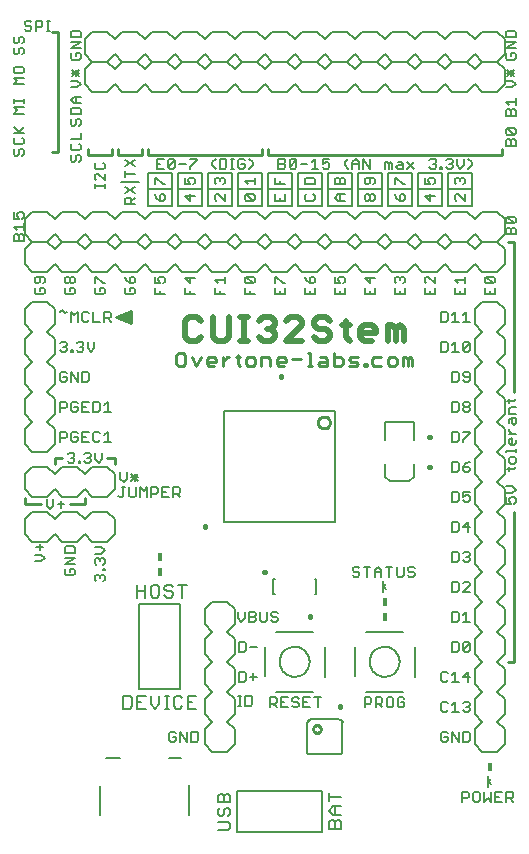
<source format=gto>
G75*
G70*
%OFA0B0*%
%FSLAX24Y24*%
%IPPOS*%
%LPD*%
%AMOC8*
5,1,8,0,0,1.08239X$1,22.5*
%
%ADD10C,0.0200*%
%ADD11C,0.0060*%
%ADD12C,0.0080*%
%ADD13C,0.0100*%
%ADD14C,0.0110*%
%ADD15C,0.0160*%
%ADD16R,0.0160X0.0280*%
%ADD17C,0.0050*%
%ADD18C,0.0010*%
D10*
X009168Y017432D02*
X009435Y017432D01*
X009569Y017565D01*
X009569Y018099D02*
X009435Y018232D01*
X009168Y018232D01*
X009035Y018099D01*
X009035Y017565D01*
X009168Y017432D01*
X009956Y017565D02*
X010089Y017432D01*
X010356Y017432D01*
X010489Y017565D01*
X010489Y018232D01*
X010876Y018232D02*
X011143Y018232D01*
X011010Y018232D02*
X011010Y017432D01*
X011143Y017432D02*
X010876Y017432D01*
X011490Y017565D02*
X011624Y017432D01*
X011891Y017432D01*
X012024Y017565D01*
X012024Y017699D01*
X011891Y017832D01*
X011757Y017832D01*
X011891Y017832D02*
X012024Y017966D01*
X012024Y018099D01*
X011891Y018232D01*
X011624Y018232D01*
X011490Y018099D01*
X012411Y018099D02*
X012544Y018232D01*
X012811Y018232D01*
X012945Y018099D01*
X012945Y017966D01*
X012411Y017432D01*
X012945Y017432D01*
X013332Y017565D02*
X013465Y017432D01*
X013732Y017432D01*
X013865Y017565D01*
X013865Y017699D01*
X013732Y017832D01*
X013465Y017832D01*
X013332Y017966D01*
X013332Y018099D01*
X013465Y018232D01*
X013732Y018232D01*
X013865Y018099D01*
X014252Y017966D02*
X014519Y017966D01*
X014386Y018099D02*
X014386Y017565D01*
X014519Y017432D01*
X014866Y017565D02*
X014866Y017832D01*
X015000Y017966D01*
X015267Y017966D01*
X015400Y017832D01*
X015400Y017699D01*
X014866Y017699D01*
X014866Y017565D02*
X015000Y017432D01*
X015267Y017432D01*
X015787Y017432D02*
X015787Y017966D01*
X015920Y017966D01*
X016054Y017832D01*
X016187Y017966D01*
X016321Y017832D01*
X016321Y017432D01*
X016054Y017432D02*
X016054Y017832D01*
X009956Y017565D02*
X009956Y018232D01*
D11*
X010015Y018975D02*
X010015Y019202D01*
X010128Y019344D02*
X010015Y019457D01*
X010355Y019457D01*
X010355Y019344D02*
X010355Y019570D01*
X010185Y019089D02*
X010185Y018975D01*
X010355Y018975D02*
X010015Y018975D01*
X009355Y018975D02*
X009015Y018975D01*
X009015Y019202D01*
X009185Y019089D02*
X009185Y018975D01*
X009185Y019344D02*
X009015Y019514D01*
X009355Y019514D01*
X009185Y019570D02*
X009185Y019344D01*
X008355Y019400D02*
X008298Y019344D01*
X008355Y019400D02*
X008355Y019514D01*
X008298Y019570D01*
X008185Y019570D01*
X008128Y019514D01*
X008128Y019457D01*
X008185Y019344D01*
X008015Y019344D01*
X008015Y019570D01*
X008015Y019202D02*
X008015Y018975D01*
X008355Y018975D01*
X008185Y018975D02*
X008185Y019089D01*
X007355Y019145D02*
X007298Y019202D01*
X007185Y019202D01*
X007185Y019089D01*
X007071Y019202D02*
X007015Y019145D01*
X007015Y019032D01*
X007071Y018975D01*
X007298Y018975D01*
X007355Y019032D01*
X007355Y019145D01*
X007298Y019344D02*
X007185Y019344D01*
X007185Y019514D01*
X007241Y019570D01*
X007298Y019570D01*
X007355Y019514D01*
X007355Y019400D01*
X007298Y019344D01*
X007185Y019344D02*
X007071Y019457D01*
X007015Y019570D01*
X006355Y019344D02*
X006298Y019344D01*
X006071Y019570D01*
X006015Y019570D01*
X006015Y019344D01*
X006071Y019202D02*
X006015Y019145D01*
X006015Y019032D01*
X006071Y018975D01*
X006298Y018975D01*
X006355Y019032D01*
X006355Y019145D01*
X006298Y019202D01*
X006185Y019202D01*
X006185Y019089D01*
X006338Y018402D02*
X006508Y018402D01*
X006565Y018345D01*
X006565Y018232D01*
X006508Y018175D01*
X006338Y018175D01*
X006338Y018062D02*
X006338Y018402D01*
X006452Y018175D02*
X006565Y018062D01*
X006197Y018062D02*
X005970Y018062D01*
X005970Y018402D01*
X005828Y018345D02*
X005772Y018402D01*
X005658Y018402D01*
X005601Y018345D01*
X005601Y018119D01*
X005658Y018062D01*
X005772Y018062D01*
X005828Y018119D01*
X005460Y018062D02*
X005460Y018402D01*
X005347Y018289D01*
X005233Y018402D01*
X005233Y018062D01*
X005035Y018345D02*
X005092Y018402D01*
X005035Y018345D02*
X004922Y018459D01*
X004865Y018402D01*
X005071Y018975D02*
X005298Y018975D01*
X005355Y019032D01*
X005355Y019145D01*
X005298Y019202D01*
X005185Y019202D01*
X005185Y019089D01*
X005071Y019202D02*
X005015Y019145D01*
X005015Y019032D01*
X005071Y018975D01*
X005071Y019344D02*
X005128Y019344D01*
X005185Y019400D01*
X005185Y019514D01*
X005241Y019570D01*
X005298Y019570D01*
X005355Y019514D01*
X005355Y019400D01*
X005298Y019344D01*
X005241Y019344D01*
X005185Y019400D01*
X005185Y019514D02*
X005128Y019570D01*
X005071Y019570D01*
X005015Y019514D01*
X005015Y019400D01*
X005071Y019344D01*
X004355Y019400D02*
X004355Y019514D01*
X004298Y019570D01*
X004071Y019570D01*
X004015Y019514D01*
X004015Y019400D01*
X004071Y019344D01*
X004128Y019344D01*
X004185Y019400D01*
X004185Y019570D01*
X004355Y019400D02*
X004298Y019344D01*
X004298Y019202D02*
X004185Y019202D01*
X004185Y019089D01*
X004298Y019202D02*
X004355Y019145D01*
X004355Y019032D01*
X004298Y018975D01*
X004071Y018975D01*
X004015Y019032D01*
X004015Y019145D01*
X004071Y019202D01*
X003655Y020757D02*
X003315Y020757D01*
X003315Y020927D01*
X003371Y020984D01*
X003428Y020984D01*
X003485Y020927D01*
X003485Y020757D01*
X003655Y020757D02*
X003655Y020927D01*
X003598Y020984D01*
X003541Y020984D01*
X003485Y020927D01*
X003428Y021125D02*
X003315Y021239D01*
X003655Y021239D01*
X003655Y021352D02*
X003655Y021125D01*
X003598Y021494D02*
X003655Y021550D01*
X003655Y021664D01*
X003598Y021720D01*
X003485Y021720D01*
X003428Y021664D01*
X003428Y021607D01*
X003485Y021494D01*
X003315Y021494D01*
X003315Y021720D01*
X003371Y023607D02*
X003428Y023607D01*
X003485Y023664D01*
X003485Y023777D01*
X003541Y023834D01*
X003598Y023834D01*
X003655Y023777D01*
X003655Y023664D01*
X003598Y023607D01*
X003371Y023607D02*
X003315Y023664D01*
X003315Y023777D01*
X003371Y023834D01*
X003371Y023975D02*
X003598Y023975D01*
X003655Y024032D01*
X003655Y024145D01*
X003598Y024202D01*
X003541Y024344D02*
X003315Y024570D01*
X003315Y024344D02*
X003655Y024344D01*
X003485Y024400D02*
X003655Y024570D01*
X003655Y024998D02*
X003315Y024998D01*
X003428Y025111D01*
X003315Y025225D01*
X003655Y025225D01*
X003655Y025366D02*
X003655Y025480D01*
X003655Y025423D02*
X003315Y025423D01*
X003315Y025366D02*
X003315Y025480D01*
X003315Y025975D02*
X003428Y026089D01*
X003315Y026202D01*
X003655Y026202D01*
X003598Y026344D02*
X003655Y026400D01*
X003655Y026514D01*
X003598Y026570D01*
X003371Y026570D01*
X003315Y026514D01*
X003315Y026400D01*
X003371Y026344D01*
X003598Y026344D01*
X003655Y025975D02*
X003315Y025975D01*
X003371Y026975D02*
X003428Y026975D01*
X003485Y027032D01*
X003485Y027145D01*
X003541Y027202D01*
X003598Y027202D01*
X003655Y027145D01*
X003655Y027032D01*
X003598Y026975D01*
X003655Y027032D01*
X003655Y027145D01*
X003598Y027202D01*
X003541Y027202D01*
X003485Y027145D01*
X003485Y027032D01*
X003428Y026975D01*
X003371Y026975D01*
X003315Y027032D01*
X003315Y027145D01*
X003371Y027202D01*
X003315Y027145D01*
X003315Y027032D01*
X003371Y026975D01*
X003371Y027344D02*
X003428Y027344D01*
X003485Y027400D01*
X003485Y027514D01*
X003541Y027570D01*
X003598Y027570D01*
X003655Y027514D01*
X003655Y027400D01*
X003598Y027344D01*
X003655Y027400D01*
X003655Y027514D01*
X003598Y027570D01*
X003541Y027570D01*
X003485Y027514D01*
X003485Y027400D01*
X003428Y027344D01*
X003371Y027344D01*
X003315Y027400D01*
X003315Y027514D01*
X003371Y027570D01*
X003315Y027514D01*
X003315Y027400D01*
X003371Y027344D01*
X003739Y027762D02*
X003683Y027819D01*
X003739Y027762D02*
X003853Y027762D01*
X003910Y027819D01*
X003910Y027875D01*
X003853Y027932D01*
X003739Y027932D01*
X003683Y027989D01*
X003683Y028045D01*
X003739Y028102D01*
X003853Y028102D01*
X003910Y028045D01*
X004051Y028102D02*
X004051Y027762D01*
X004051Y027875D02*
X004221Y027875D01*
X004278Y027932D01*
X004278Y028045D01*
X004221Y028102D01*
X004051Y028102D01*
X004419Y028102D02*
X004533Y028102D01*
X004476Y028102D02*
X004476Y027762D01*
X004419Y027762D02*
X004533Y027762D01*
X005215Y027714D02*
X005215Y027544D01*
X005555Y027544D01*
X005555Y027714D01*
X005498Y027770D01*
X005271Y027770D01*
X005215Y027714D01*
X005215Y027402D02*
X005555Y027402D01*
X005215Y027175D01*
X005555Y027175D01*
X005498Y027034D02*
X005385Y027034D01*
X005385Y026920D01*
X005498Y026807D02*
X005555Y026864D01*
X005555Y026977D01*
X005498Y027034D01*
X005271Y027034D02*
X005215Y026977D01*
X005215Y026864D01*
X005271Y026807D01*
X005498Y026807D01*
X005498Y026470D02*
X005271Y026244D01*
X005271Y026357D02*
X005498Y026357D01*
X005498Y026244D02*
X005271Y026470D01*
X005385Y026470D02*
X005385Y026244D01*
X005441Y026102D02*
X005215Y026102D01*
X005441Y026102D02*
X005555Y025989D01*
X005441Y025875D01*
X005215Y025875D01*
X005328Y025570D02*
X005555Y025570D01*
X005385Y025570D02*
X005385Y025344D01*
X005328Y025344D02*
X005555Y025344D01*
X005498Y025202D02*
X005271Y025202D01*
X005215Y025145D01*
X005215Y024975D01*
X005555Y024975D01*
X005555Y025145D01*
X005498Y025202D01*
X005328Y025344D02*
X005215Y025457D01*
X005328Y025570D01*
X005271Y024834D02*
X005215Y024777D01*
X005215Y024664D01*
X005271Y024607D01*
X005328Y024607D01*
X005385Y024664D01*
X005385Y024777D01*
X005441Y024834D01*
X005498Y024834D01*
X005555Y024777D01*
X005555Y024664D01*
X005498Y024607D01*
X005555Y024370D02*
X005555Y024144D01*
X005215Y024144D01*
X005271Y024002D02*
X005215Y023945D01*
X005215Y023832D01*
X005271Y023775D01*
X005498Y023775D01*
X005555Y023832D01*
X005555Y023945D01*
X005498Y024002D01*
X005498Y023634D02*
X005555Y023577D01*
X005555Y023464D01*
X005498Y023407D01*
X005385Y023464D02*
X005385Y023577D01*
X005441Y023634D01*
X005498Y023634D01*
X005385Y023464D02*
X005328Y023407D01*
X005271Y023407D01*
X005215Y023464D01*
X005215Y023577D01*
X005271Y023634D01*
X006015Y023314D02*
X006015Y023200D01*
X006071Y023143D01*
X006298Y023143D01*
X006355Y023200D01*
X006355Y023314D01*
X006298Y023370D01*
X006071Y023370D02*
X006015Y023314D01*
X006071Y023002D02*
X006015Y022945D01*
X006015Y022832D01*
X006071Y022775D01*
X006015Y022643D02*
X006015Y022530D01*
X006015Y022586D02*
X006355Y022586D01*
X006355Y022530D02*
X006355Y022643D01*
X006355Y022775D02*
X006128Y023002D01*
X006071Y023002D01*
X006355Y023002D02*
X006355Y022775D01*
X006885Y022732D02*
X007485Y022732D01*
X007355Y022570D02*
X007015Y022344D01*
X007355Y022570D01*
X007355Y022344D02*
X007015Y022570D01*
X007355Y022344D01*
X007355Y022202D02*
X007241Y022089D01*
X007355Y022202D01*
X007241Y022145D02*
X007241Y021975D01*
X007241Y022145D01*
X007185Y022202D01*
X007071Y022202D01*
X007015Y022145D01*
X007015Y021975D01*
X007355Y021975D01*
X007015Y021975D01*
X007015Y022145D01*
X007071Y022202D01*
X007185Y022202D01*
X007241Y022145D01*
X007785Y021932D02*
X007785Y022482D01*
X008585Y022482D01*
X008585Y021932D01*
X007785Y021932D01*
X008071Y022207D02*
X008015Y022320D01*
X008071Y022207D02*
X008185Y022094D01*
X008185Y022264D01*
X008241Y022320D01*
X008298Y022320D01*
X008355Y022264D01*
X008355Y022150D01*
X008298Y022094D01*
X008185Y022094D01*
X008585Y022482D02*
X008585Y023032D01*
X007785Y023032D01*
X007785Y022482D01*
X008015Y022644D02*
X008015Y022870D01*
X008071Y022870D01*
X008298Y022644D01*
X008355Y022644D01*
X008785Y022482D02*
X008785Y021932D01*
X009585Y021932D01*
X009585Y022482D01*
X009585Y023032D01*
X008785Y023032D01*
X008785Y022482D01*
X009585Y022482D01*
X009785Y022482D02*
X009785Y021932D01*
X010585Y021932D01*
X010585Y022482D01*
X010585Y023032D01*
X009785Y023032D01*
X009785Y022482D01*
X010585Y022482D01*
X010785Y022482D02*
X011585Y022482D01*
X011585Y023032D01*
X010785Y023032D01*
X010785Y021932D01*
X011585Y021932D01*
X011585Y022482D01*
X011785Y022482D02*
X011785Y021932D01*
X012585Y021932D01*
X012585Y022482D01*
X011785Y022482D01*
X011785Y023032D01*
X012585Y023032D01*
X012585Y022482D01*
X012785Y022482D02*
X013585Y022482D01*
X013585Y021932D01*
X012785Y021932D01*
X012785Y022482D01*
X012785Y023032D01*
X013585Y023032D01*
X013585Y022482D01*
X013785Y022482D02*
X014585Y022482D01*
X014585Y021932D01*
X013785Y021932D01*
X013785Y022482D01*
X013785Y023032D01*
X014585Y023032D01*
X014585Y022482D01*
X014785Y022482D02*
X014785Y023032D01*
X015585Y023032D01*
X015585Y022482D01*
X015585Y021932D01*
X014785Y021932D01*
X014785Y022482D01*
X015585Y022482D01*
X015785Y022482D02*
X015785Y023032D01*
X016585Y023032D01*
X016585Y022482D01*
X016585Y021932D01*
X015785Y021932D01*
X015785Y022482D01*
X016585Y022482D01*
X016785Y022482D02*
X016785Y021932D01*
X017585Y021932D01*
X017585Y022482D01*
X016785Y022482D01*
X016785Y023032D01*
X017585Y023032D01*
X017585Y022482D01*
X017785Y022482D02*
X018585Y022482D01*
X018585Y021932D01*
X017785Y021932D01*
X017785Y022482D01*
X017785Y023032D01*
X018585Y023032D01*
X018585Y022482D01*
X018355Y022320D02*
X018355Y022094D01*
X018128Y022320D01*
X018071Y022320D01*
X018015Y022264D01*
X018015Y022150D01*
X018071Y022094D01*
X018071Y022644D02*
X018015Y022700D01*
X018015Y022814D01*
X018071Y022870D01*
X018128Y022870D01*
X018185Y022814D01*
X018241Y022870D01*
X018298Y022870D01*
X018355Y022814D01*
X018355Y022700D01*
X018298Y022644D01*
X018185Y022757D02*
X018185Y022814D01*
X018214Y023162D02*
X018101Y023275D01*
X018101Y023502D01*
X017959Y023445D02*
X017959Y023389D01*
X017903Y023332D01*
X017959Y023275D01*
X017959Y023219D01*
X017903Y023162D01*
X017789Y023162D01*
X017733Y023219D01*
X017605Y023219D02*
X017605Y023162D01*
X017548Y023162D01*
X017548Y023219D01*
X017605Y023219D01*
X017407Y023219D02*
X017350Y023162D01*
X017237Y023162D01*
X017180Y023219D01*
X017294Y023332D02*
X017350Y023332D01*
X017407Y023275D01*
X017407Y023219D01*
X017350Y023332D02*
X017407Y023389D01*
X017407Y023445D01*
X017350Y023502D01*
X017237Y023502D01*
X017180Y023445D01*
X017733Y023445D02*
X017789Y023502D01*
X017903Y023502D01*
X017959Y023445D01*
X017903Y023332D02*
X017846Y023332D01*
X018214Y023162D02*
X018328Y023275D01*
X018328Y023502D01*
X018469Y023502D02*
X018583Y023389D01*
X018583Y023275D01*
X018469Y023162D01*
X017355Y022814D02*
X017355Y022700D01*
X017298Y022644D01*
X017185Y022644D02*
X017128Y022757D01*
X017128Y022814D01*
X017185Y022870D01*
X017298Y022870D01*
X017355Y022814D01*
X017185Y022644D02*
X017015Y022644D01*
X017015Y022870D01*
X016670Y023162D02*
X016444Y023389D01*
X016302Y023332D02*
X016302Y023162D01*
X016132Y023162D01*
X016075Y023219D01*
X016132Y023275D01*
X016302Y023275D01*
X016302Y023332D02*
X016245Y023389D01*
X016132Y023389D01*
X015934Y023332D02*
X015934Y023162D01*
X015820Y023162D02*
X015820Y023332D01*
X015877Y023389D01*
X015934Y023332D01*
X015820Y023332D02*
X015764Y023389D01*
X015707Y023389D01*
X015707Y023162D01*
X015355Y022814D02*
X015298Y022870D01*
X015071Y022870D01*
X015015Y022814D01*
X015015Y022700D01*
X015071Y022644D01*
X015128Y022644D01*
X015185Y022700D01*
X015185Y022870D01*
X015355Y022814D02*
X015355Y022700D01*
X015298Y022644D01*
X015298Y022320D02*
X015355Y022264D01*
X015355Y022150D01*
X015298Y022094D01*
X015241Y022094D01*
X015185Y022150D01*
X015185Y022264D01*
X015241Y022320D01*
X015298Y022320D01*
X015185Y022264D02*
X015128Y022320D01*
X015071Y022320D01*
X015015Y022264D01*
X015015Y022150D01*
X015071Y022094D01*
X015128Y022094D01*
X015185Y022150D01*
X014355Y022094D02*
X014128Y022094D01*
X014015Y022207D01*
X014128Y022320D01*
X014355Y022320D01*
X014185Y022320D02*
X014185Y022094D01*
X014185Y022644D02*
X014185Y022814D01*
X014241Y022870D01*
X014298Y022870D01*
X014355Y022814D01*
X014355Y022644D01*
X014015Y022644D01*
X014015Y022814D01*
X014071Y022870D01*
X014128Y022870D01*
X014185Y022814D01*
X014470Y023162D02*
X014356Y023275D01*
X014356Y023389D01*
X014470Y023502D01*
X014602Y023389D02*
X014602Y023162D01*
X014602Y023332D02*
X014829Y023332D01*
X014829Y023389D02*
X014829Y023162D01*
X014970Y023162D02*
X014970Y023502D01*
X015197Y023162D01*
X015197Y023502D01*
X014829Y023389D02*
X014715Y023502D01*
X014602Y023389D01*
X013847Y023332D02*
X013847Y023219D01*
X013790Y023162D01*
X013677Y023162D01*
X013620Y023219D01*
X013620Y023332D02*
X013733Y023389D01*
X013790Y023389D01*
X013847Y023332D01*
X013847Y023502D02*
X013620Y023502D01*
X013620Y023332D01*
X013478Y023162D02*
X013252Y023162D01*
X013365Y023162D02*
X013365Y023502D01*
X013252Y023389D01*
X013110Y023332D02*
X012883Y023332D01*
X012742Y023445D02*
X012742Y023219D01*
X012685Y023162D01*
X012572Y023162D01*
X012515Y023219D01*
X012742Y023445D01*
X012685Y023502D01*
X012572Y023502D01*
X012515Y023445D01*
X012515Y023219D01*
X012373Y023219D02*
X012317Y023162D01*
X012147Y023162D01*
X012147Y023502D01*
X012317Y023502D01*
X012373Y023445D01*
X012373Y023389D01*
X012317Y023332D01*
X012147Y023332D01*
X012317Y023332D02*
X012373Y023275D01*
X012373Y023219D01*
X012185Y022757D02*
X012185Y022644D01*
X012355Y022644D02*
X012015Y022644D01*
X012015Y022870D01*
X012015Y022320D02*
X012015Y022094D01*
X012355Y022094D01*
X012355Y022320D01*
X012185Y022207D02*
X012185Y022094D01*
X013015Y022150D02*
X013071Y022094D01*
X013298Y022094D01*
X013355Y022150D01*
X013355Y022264D01*
X013298Y022320D01*
X013071Y022320D02*
X013015Y022264D01*
X013015Y022150D01*
X013015Y022644D02*
X013015Y022814D01*
X013071Y022870D01*
X013298Y022870D01*
X013355Y022814D01*
X013355Y022644D01*
X013015Y022644D01*
X011355Y022644D02*
X011355Y022870D01*
X011355Y022757D02*
X011015Y022757D01*
X011128Y022644D01*
X011071Y022320D02*
X011298Y022094D01*
X011355Y022150D01*
X011355Y022264D01*
X011298Y022320D01*
X011071Y022320D01*
X011015Y022264D01*
X011015Y022150D01*
X011071Y022094D01*
X011298Y022094D01*
X010355Y022094D02*
X010128Y022320D01*
X010071Y022320D01*
X010015Y022264D01*
X010015Y022150D01*
X010071Y022094D01*
X010015Y022150D01*
X010015Y022264D01*
X010071Y022320D01*
X010128Y022320D01*
X010355Y022094D01*
X010355Y022320D01*
X010355Y022094D01*
X010298Y022644D02*
X010355Y022700D01*
X010355Y022814D01*
X010298Y022870D01*
X010241Y022870D01*
X010185Y022814D01*
X010185Y022757D01*
X010185Y022814D01*
X010128Y022870D01*
X010071Y022870D01*
X010015Y022814D01*
X010015Y022700D01*
X010071Y022644D01*
X010015Y022700D01*
X010015Y022814D01*
X010071Y022870D01*
X010128Y022870D01*
X010185Y022814D01*
X010241Y022870D01*
X010298Y022870D01*
X010355Y022814D01*
X010355Y022700D01*
X010298Y022644D01*
X010357Y023162D02*
X010187Y023162D01*
X010187Y023502D01*
X010357Y023502D01*
X010414Y023445D01*
X010414Y023219D01*
X010357Y023162D01*
X010555Y023162D02*
X010669Y023162D01*
X010612Y023162D02*
X010612Y023502D01*
X010555Y023502D02*
X010669Y023502D01*
X010801Y023445D02*
X010801Y023219D01*
X010858Y023162D01*
X010971Y023162D01*
X011028Y023219D01*
X011028Y023332D01*
X010914Y023332D01*
X010801Y023445D02*
X010858Y023502D01*
X010971Y023502D01*
X011028Y023445D01*
X011169Y023502D02*
X011283Y023389D01*
X011283Y023275D01*
X011169Y023162D01*
X010055Y023162D02*
X009942Y023275D01*
X009942Y023389D01*
X010055Y023502D01*
X009432Y023502D02*
X009432Y023445D01*
X009205Y023219D01*
X009205Y023162D01*
X009064Y023332D02*
X008837Y023332D01*
X008695Y023445D02*
X008468Y023219D01*
X008525Y023162D01*
X008639Y023162D01*
X008695Y023219D01*
X008695Y023445D01*
X008639Y023502D01*
X008525Y023502D01*
X008468Y023445D01*
X008468Y023219D01*
X008327Y023162D02*
X008100Y023162D01*
X008100Y023502D01*
X008327Y023502D01*
X008214Y023332D02*
X008100Y023332D01*
X007355Y023244D02*
X007015Y023470D01*
X007015Y023244D02*
X007355Y023470D01*
X007355Y022989D02*
X007015Y022989D01*
X007015Y023102D02*
X007015Y022875D01*
X009015Y022870D02*
X009015Y022644D01*
X009185Y022644D01*
X009128Y022757D01*
X009128Y022814D01*
X009185Y022870D01*
X009298Y022870D01*
X009355Y022814D01*
X009355Y022700D01*
X009298Y022644D01*
X009355Y022700D01*
X009355Y022814D01*
X009298Y022870D01*
X009185Y022870D01*
X009128Y022814D01*
X009128Y022757D01*
X009185Y022644D01*
X009015Y022644D01*
X009015Y022870D01*
X009015Y022644D01*
X009185Y022644D01*
X009128Y022757D01*
X009128Y022814D01*
X009185Y022870D01*
X009298Y022870D01*
X009355Y022814D01*
X009355Y022700D01*
X009298Y022644D01*
X009185Y022320D02*
X009185Y022094D01*
X009015Y022264D01*
X009355Y022264D01*
X009015Y022264D01*
X009185Y022094D01*
X009185Y022320D01*
X009205Y023502D02*
X009432Y023502D01*
X011071Y019570D02*
X011298Y019344D01*
X011355Y019400D01*
X011355Y019514D01*
X011298Y019570D01*
X011071Y019570D01*
X011015Y019514D01*
X011015Y019400D01*
X011071Y019344D01*
X011298Y019344D01*
X011185Y019089D02*
X011185Y018975D01*
X011355Y018975D02*
X011015Y018975D01*
X011015Y019202D01*
X012015Y019202D02*
X012015Y018975D01*
X012355Y018975D01*
X012355Y019202D01*
X012355Y019344D02*
X012298Y019344D01*
X012071Y019570D01*
X012015Y019570D01*
X012015Y019344D01*
X012185Y019089D02*
X012185Y018975D01*
X013015Y018975D02*
X013355Y018975D01*
X013355Y019202D01*
X013298Y019344D02*
X013185Y019344D01*
X013185Y019514D01*
X013241Y019570D01*
X013298Y019570D01*
X013355Y019514D01*
X013355Y019400D01*
X013298Y019344D01*
X013185Y019344D02*
X013071Y019457D01*
X013015Y019570D01*
X013015Y019202D02*
X013015Y018975D01*
X013185Y018975D02*
X013185Y019089D01*
X014015Y019202D02*
X014015Y018975D01*
X014355Y018975D01*
X014355Y019202D01*
X014298Y019344D02*
X014355Y019400D01*
X014355Y019514D01*
X014298Y019570D01*
X014185Y019570D01*
X014128Y019514D01*
X014128Y019457D01*
X014185Y019344D01*
X014015Y019344D01*
X014015Y019570D01*
X014185Y019089D02*
X014185Y018975D01*
X015015Y018975D02*
X015355Y018975D01*
X015355Y019202D01*
X015185Y019089D02*
X015185Y018975D01*
X015015Y018975D02*
X015015Y019202D01*
X015185Y019344D02*
X015015Y019514D01*
X015355Y019514D01*
X015185Y019570D02*
X015185Y019344D01*
X016015Y019400D02*
X016015Y019514D01*
X016071Y019570D01*
X016128Y019570D01*
X016185Y019514D01*
X016241Y019570D01*
X016298Y019570D01*
X016355Y019514D01*
X016355Y019400D01*
X016298Y019344D01*
X016355Y019202D02*
X016355Y018975D01*
X016015Y018975D01*
X016015Y019202D01*
X016071Y019344D02*
X016015Y019400D01*
X016185Y019457D02*
X016185Y019514D01*
X016185Y019089D02*
X016185Y018975D01*
X017015Y018975D02*
X017355Y018975D01*
X017355Y019202D01*
X017355Y019344D02*
X017128Y019570D01*
X017071Y019570D01*
X017015Y019514D01*
X017015Y019400D01*
X017071Y019344D01*
X017015Y019202D02*
X017015Y018975D01*
X017185Y018975D02*
X017185Y019089D01*
X017355Y019344D02*
X017355Y019570D01*
X018015Y019457D02*
X018355Y019457D01*
X018355Y019344D02*
X018355Y019570D01*
X018128Y019344D02*
X018015Y019457D01*
X018015Y019202D02*
X018015Y018975D01*
X018355Y018975D01*
X018355Y019202D01*
X018185Y019089D02*
X018185Y018975D01*
X018042Y018402D02*
X017928Y018289D01*
X017787Y018345D02*
X017730Y018402D01*
X017560Y018402D01*
X017560Y018062D01*
X017730Y018062D01*
X017787Y018119D01*
X017787Y018345D01*
X018042Y018402D02*
X018042Y018062D01*
X018155Y018062D02*
X017928Y018062D01*
X018297Y018062D02*
X018523Y018062D01*
X018410Y018062D02*
X018410Y018402D01*
X018297Y018289D01*
X018353Y017402D02*
X018467Y017402D01*
X018523Y017345D01*
X018297Y017119D01*
X018353Y017062D01*
X018467Y017062D01*
X018523Y017119D01*
X018523Y017345D01*
X018353Y017402D02*
X018297Y017345D01*
X018297Y017119D01*
X018155Y017062D02*
X017928Y017062D01*
X018042Y017062D02*
X018042Y017402D01*
X017928Y017289D01*
X017787Y017345D02*
X017730Y017402D01*
X017560Y017402D01*
X017560Y017062D01*
X017730Y017062D01*
X017787Y017119D01*
X017787Y017345D01*
X017928Y016402D02*
X018098Y016402D01*
X018155Y016345D01*
X018155Y016119D01*
X018098Y016062D01*
X017928Y016062D01*
X017928Y016402D01*
X018297Y016345D02*
X018297Y016289D01*
X018353Y016232D01*
X018523Y016232D01*
X018523Y016345D02*
X018467Y016402D01*
X018353Y016402D01*
X018297Y016345D01*
X018523Y016345D02*
X018523Y016119D01*
X018467Y016062D01*
X018353Y016062D01*
X018297Y016119D01*
X018353Y015402D02*
X018467Y015402D01*
X018523Y015345D01*
X018523Y015289D01*
X018467Y015232D01*
X018353Y015232D01*
X018297Y015289D01*
X018297Y015345D01*
X018353Y015402D01*
X018353Y015232D02*
X018297Y015175D01*
X018297Y015119D01*
X018353Y015062D01*
X018467Y015062D01*
X018523Y015119D01*
X018523Y015175D01*
X018467Y015232D01*
X018155Y015119D02*
X018155Y015345D01*
X018098Y015402D01*
X017928Y015402D01*
X017928Y015062D01*
X018098Y015062D01*
X018155Y015119D01*
X018098Y014402D02*
X017928Y014402D01*
X017928Y014062D01*
X018098Y014062D01*
X018155Y014119D01*
X018155Y014345D01*
X018098Y014402D01*
X018297Y014402D02*
X018523Y014402D01*
X018523Y014345D01*
X018297Y014119D01*
X018297Y014062D01*
X018098Y013402D02*
X017928Y013402D01*
X017928Y013062D01*
X018098Y013062D01*
X018155Y013119D01*
X018155Y013345D01*
X018098Y013402D01*
X018297Y013232D02*
X018467Y013232D01*
X018523Y013175D01*
X018523Y013119D01*
X018467Y013062D01*
X018353Y013062D01*
X018297Y013119D01*
X018297Y013232D01*
X018410Y013345D01*
X018523Y013402D01*
X018523Y012402D02*
X018297Y012402D01*
X018297Y012232D01*
X018410Y012289D01*
X018467Y012289D01*
X018523Y012232D01*
X018523Y012119D01*
X018467Y012062D01*
X018353Y012062D01*
X018297Y012119D01*
X018155Y012119D02*
X018098Y012062D01*
X017928Y012062D01*
X017928Y012402D01*
X018098Y012402D01*
X018155Y012345D01*
X018155Y012119D01*
X018098Y011402D02*
X017928Y011402D01*
X017928Y011062D01*
X018098Y011062D01*
X018155Y011119D01*
X018155Y011345D01*
X018098Y011402D01*
X018297Y011232D02*
X018523Y011232D01*
X018467Y011402D02*
X018297Y011232D01*
X018467Y011062D02*
X018467Y011402D01*
X018467Y010402D02*
X018353Y010402D01*
X018297Y010345D01*
X018155Y010345D02*
X018098Y010402D01*
X017928Y010402D01*
X017928Y010062D01*
X018098Y010062D01*
X018155Y010119D01*
X018155Y010345D01*
X018297Y010119D02*
X018353Y010062D01*
X018467Y010062D01*
X018523Y010119D01*
X018523Y010175D01*
X018467Y010232D01*
X018410Y010232D01*
X018467Y010232D02*
X018523Y010289D01*
X018523Y010345D01*
X018467Y010402D01*
X018467Y009402D02*
X018353Y009402D01*
X018297Y009345D01*
X018155Y009345D02*
X018155Y009119D01*
X018098Y009062D01*
X017928Y009062D01*
X017928Y009402D01*
X018098Y009402D01*
X018155Y009345D01*
X018297Y009062D02*
X018523Y009289D01*
X018523Y009345D01*
X018467Y009402D01*
X018523Y009062D02*
X018297Y009062D01*
X018410Y008402D02*
X018410Y008062D01*
X018297Y008062D02*
X018523Y008062D01*
X018297Y008289D02*
X018410Y008402D01*
X018155Y008345D02*
X018098Y008402D01*
X017928Y008402D01*
X017928Y008062D01*
X018098Y008062D01*
X018155Y008119D01*
X018155Y008345D01*
X018098Y007402D02*
X017928Y007402D01*
X017928Y007062D01*
X018098Y007062D01*
X018155Y007119D01*
X018155Y007345D01*
X018098Y007402D01*
X018297Y007345D02*
X018297Y007119D01*
X018523Y007345D01*
X018523Y007119D01*
X018467Y007062D01*
X018353Y007062D01*
X018297Y007119D01*
X018297Y007345D02*
X018353Y007402D01*
X018467Y007402D01*
X018523Y007345D01*
X018467Y006402D02*
X018297Y006232D01*
X018523Y006232D01*
X018467Y006062D02*
X018467Y006402D01*
X018042Y006402D02*
X018042Y006062D01*
X018155Y006062D02*
X017928Y006062D01*
X017787Y006119D02*
X017730Y006062D01*
X017617Y006062D01*
X017560Y006119D01*
X017560Y006345D01*
X017617Y006402D01*
X017730Y006402D01*
X017787Y006345D01*
X017928Y006289D02*
X018042Y006402D01*
X018042Y005402D02*
X017928Y005289D01*
X017787Y005345D02*
X017730Y005402D01*
X017617Y005402D01*
X017560Y005345D01*
X017560Y005119D01*
X017617Y005062D01*
X017730Y005062D01*
X017787Y005119D01*
X017928Y005062D02*
X018155Y005062D01*
X018042Y005062D02*
X018042Y005402D01*
X018297Y005345D02*
X018353Y005402D01*
X018467Y005402D01*
X018523Y005345D01*
X018523Y005289D01*
X018467Y005232D01*
X018523Y005175D01*
X018523Y005119D01*
X018467Y005062D01*
X018353Y005062D01*
X018297Y005119D01*
X018410Y005232D02*
X018467Y005232D01*
X018467Y004402D02*
X018297Y004402D01*
X018297Y004062D01*
X018467Y004062D01*
X018523Y004119D01*
X018523Y004345D01*
X018467Y004402D01*
X018155Y004402D02*
X018155Y004062D01*
X017928Y004402D01*
X017928Y004062D01*
X017787Y004119D02*
X017787Y004232D01*
X017673Y004232D01*
X017560Y004345D02*
X017560Y004119D01*
X017617Y004062D01*
X017730Y004062D01*
X017787Y004119D01*
X017787Y004345D02*
X017730Y004402D01*
X017617Y004402D01*
X017560Y004345D01*
X016347Y005269D02*
X016347Y005382D01*
X016233Y005382D01*
X016120Y005495D02*
X016120Y005269D01*
X016176Y005212D01*
X016290Y005212D01*
X016347Y005269D01*
X016347Y005495D02*
X016290Y005552D01*
X016176Y005552D01*
X016120Y005495D01*
X015978Y005495D02*
X015922Y005552D01*
X015808Y005552D01*
X015751Y005495D01*
X015751Y005269D01*
X015808Y005212D01*
X015922Y005212D01*
X015978Y005269D01*
X015978Y005495D01*
X015610Y005495D02*
X015610Y005382D01*
X015553Y005325D01*
X015383Y005325D01*
X015383Y005212D02*
X015383Y005552D01*
X015553Y005552D01*
X015610Y005495D01*
X015497Y005325D02*
X015610Y005212D01*
X015242Y005382D02*
X015185Y005325D01*
X015015Y005325D01*
X015015Y005212D02*
X015015Y005552D01*
X015185Y005552D01*
X015242Y005495D01*
X015242Y005382D01*
X014268Y004712D02*
X014268Y003744D01*
X014267Y003748D02*
X014266Y003731D01*
X014261Y003714D01*
X014254Y003699D01*
X014244Y003685D01*
X014232Y003673D01*
X014218Y003663D01*
X014203Y003656D01*
X014186Y003651D01*
X014169Y003650D01*
X014169Y003649D02*
X013197Y003649D01*
X013197Y003650D02*
X013180Y003651D01*
X013163Y003656D01*
X013148Y003663D01*
X013134Y003673D01*
X013122Y003685D01*
X013112Y003699D01*
X013105Y003714D01*
X013100Y003731D01*
X013099Y003748D01*
X013098Y003744D02*
X013098Y004712D01*
X013201Y004814D02*
X014169Y004814D01*
X013452Y005212D02*
X013452Y005552D01*
X013565Y005552D02*
X013338Y005552D01*
X013197Y005552D02*
X012970Y005552D01*
X012970Y005212D01*
X013197Y005212D01*
X013083Y005382D02*
X012970Y005382D01*
X012828Y005325D02*
X012828Y005269D01*
X012772Y005212D01*
X012658Y005212D01*
X012601Y005269D01*
X012658Y005382D02*
X012601Y005439D01*
X012601Y005495D01*
X012658Y005552D01*
X012772Y005552D01*
X012828Y005495D01*
X012772Y005382D02*
X012828Y005325D01*
X012772Y005382D02*
X012658Y005382D01*
X012460Y005552D02*
X012233Y005552D01*
X012233Y005212D01*
X012460Y005212D01*
X012347Y005382D02*
X012233Y005382D01*
X012092Y005382D02*
X012092Y005495D01*
X012035Y005552D01*
X011865Y005552D01*
X011865Y005212D01*
X011865Y005325D02*
X012035Y005325D01*
X012092Y005382D01*
X011978Y005325D02*
X012092Y005212D01*
X011423Y006232D02*
X011197Y006232D01*
X011310Y006345D02*
X011310Y006119D01*
X011055Y006119D02*
X011055Y006345D01*
X010998Y006402D01*
X010828Y006402D01*
X010828Y006062D01*
X010998Y006062D01*
X011055Y006119D01*
X011047Y005602D02*
X011217Y005602D01*
X011273Y005545D01*
X011273Y005319D01*
X011217Y005262D01*
X011047Y005262D01*
X011047Y005602D01*
X010914Y005602D02*
X010801Y005602D01*
X010858Y005602D02*
X010858Y005262D01*
X010914Y005262D02*
X010801Y005262D01*
X010828Y007062D02*
X010998Y007062D01*
X011055Y007119D01*
X011055Y007345D01*
X010998Y007402D01*
X010828Y007402D01*
X010828Y007062D01*
X011197Y007232D02*
X011423Y007232D01*
X011330Y008062D02*
X011160Y008062D01*
X011160Y008402D01*
X011330Y008402D01*
X011387Y008345D01*
X011387Y008289D01*
X011330Y008232D01*
X011160Y008232D01*
X011019Y008175D02*
X011019Y008402D01*
X011019Y008175D02*
X010905Y008062D01*
X010792Y008175D01*
X010792Y008402D01*
X011330Y008232D02*
X011387Y008175D01*
X011387Y008119D01*
X011330Y008062D01*
X011528Y008119D02*
X011528Y008402D01*
X011755Y008402D02*
X011755Y008119D01*
X011698Y008062D01*
X011585Y008062D01*
X011528Y008119D01*
X011897Y008119D02*
X011953Y008062D01*
X012067Y008062D01*
X012123Y008119D01*
X012123Y008175D01*
X012067Y008232D01*
X011953Y008232D01*
X011897Y008289D01*
X011897Y008345D01*
X011953Y008402D01*
X012067Y008402D01*
X012123Y008345D01*
X014615Y009619D02*
X014672Y009562D01*
X014785Y009562D01*
X014842Y009619D01*
X014842Y009675D01*
X014785Y009732D01*
X014672Y009732D01*
X014615Y009789D01*
X014615Y009845D01*
X014672Y009902D01*
X014785Y009902D01*
X014842Y009845D01*
X014983Y009902D02*
X015210Y009902D01*
X015097Y009902D02*
X015097Y009562D01*
X015351Y009562D02*
X015351Y009789D01*
X015465Y009902D01*
X015578Y009789D01*
X015578Y009562D01*
X015578Y009732D02*
X015351Y009732D01*
X015720Y009902D02*
X015947Y009902D01*
X015833Y009902D02*
X015833Y009562D01*
X016088Y009619D02*
X016088Y009902D01*
X016315Y009902D02*
X016315Y009619D01*
X016258Y009562D01*
X016145Y009562D01*
X016088Y009619D01*
X016456Y009619D02*
X016513Y009562D01*
X016627Y009562D01*
X016683Y009619D01*
X016683Y009675D01*
X016627Y009732D01*
X016513Y009732D01*
X016456Y009789D01*
X016456Y009845D01*
X016513Y009902D01*
X016627Y009902D01*
X016683Y009845D01*
X019715Y011990D02*
X019885Y011990D01*
X019828Y012104D01*
X019828Y012160D01*
X019885Y012217D01*
X019998Y012217D01*
X020055Y012160D01*
X020055Y012047D01*
X019998Y011990D01*
X019715Y011990D02*
X019715Y012217D01*
X019715Y012358D02*
X019941Y012358D01*
X020055Y012472D01*
X019941Y012585D01*
X019715Y012585D01*
X019828Y013095D02*
X019828Y013208D01*
X019771Y013152D02*
X019998Y013152D01*
X020055Y013208D01*
X019998Y013341D02*
X020055Y013397D01*
X020055Y013511D01*
X019998Y013567D01*
X019885Y013567D01*
X019828Y013511D01*
X019828Y013397D01*
X019885Y013341D01*
X019998Y013341D01*
X020055Y013709D02*
X020055Y013822D01*
X020055Y013766D02*
X019715Y013766D01*
X019715Y013709D01*
X019885Y013954D02*
X019828Y014011D01*
X019828Y014124D01*
X019885Y014181D01*
X019941Y014181D01*
X019941Y013954D01*
X019885Y013954D02*
X019998Y013954D01*
X020055Y014011D01*
X020055Y014124D01*
X020055Y014323D02*
X019828Y014323D01*
X019828Y014436D02*
X019828Y014493D01*
X019828Y014436D02*
X019941Y014323D01*
X019998Y014630D02*
X019941Y014686D01*
X019941Y014856D01*
X019885Y014856D02*
X020055Y014856D01*
X020055Y014686D01*
X019998Y014630D01*
X019828Y014686D02*
X019828Y014800D01*
X019885Y014856D01*
X019828Y014998D02*
X019828Y015168D01*
X019885Y015225D01*
X020055Y015225D01*
X019998Y015423D02*
X019771Y015423D01*
X019828Y015366D02*
X019828Y015480D01*
X019998Y015423D02*
X020055Y015480D01*
X020055Y014998D02*
X019828Y014998D01*
X019355Y018975D02*
X019015Y018975D01*
X019015Y019202D01*
X019071Y019344D02*
X019015Y019400D01*
X019015Y019514D01*
X019071Y019570D01*
X019298Y019344D01*
X019355Y019400D01*
X019355Y019514D01*
X019298Y019570D01*
X019071Y019570D01*
X019071Y019344D02*
X019298Y019344D01*
X019355Y019202D02*
X019355Y018975D01*
X019185Y018975D02*
X019185Y019089D01*
X019715Y020975D02*
X019715Y021145D01*
X019771Y021202D01*
X019828Y021202D01*
X019885Y021145D01*
X019885Y020975D01*
X020055Y020975D02*
X020055Y021145D01*
X019998Y021202D01*
X019941Y021202D01*
X019885Y021145D01*
X019998Y021344D02*
X019771Y021570D01*
X019998Y021570D01*
X020055Y021514D01*
X020055Y021400D01*
X019998Y021344D01*
X019771Y021344D01*
X019715Y021400D01*
X019715Y021514D01*
X019771Y021570D01*
X019715Y020975D02*
X020055Y020975D01*
X020055Y023925D02*
X019715Y023925D01*
X019715Y024095D01*
X019771Y024152D01*
X019828Y024152D01*
X019885Y024095D01*
X019885Y023925D01*
X020055Y023925D02*
X020055Y024095D01*
X019998Y024152D01*
X019941Y024152D01*
X019885Y024095D01*
X019998Y024294D02*
X019771Y024294D01*
X019715Y024350D01*
X019715Y024464D01*
X019771Y024520D01*
X019998Y024294D01*
X020055Y024350D01*
X020055Y024464D01*
X019998Y024520D01*
X019771Y024520D01*
X019715Y024925D02*
X019715Y025095D01*
X019771Y025152D01*
X019828Y025152D01*
X019885Y025095D01*
X019885Y024925D01*
X020055Y024925D02*
X020055Y025095D01*
X019998Y025152D01*
X019941Y025152D01*
X019885Y025095D01*
X019828Y025294D02*
X019715Y025407D01*
X020055Y025407D01*
X020055Y025294D02*
X020055Y025520D01*
X019941Y025875D02*
X019715Y025875D01*
X019941Y025875D02*
X020055Y025989D01*
X019941Y026102D01*
X019715Y026102D01*
X019771Y026244D02*
X019998Y026470D01*
X019998Y026357D02*
X019771Y026357D01*
X019771Y026470D02*
X019998Y026244D01*
X019885Y026244D02*
X019885Y026470D01*
X019771Y026807D02*
X019998Y026807D01*
X020055Y026864D01*
X020055Y026977D01*
X019998Y027034D01*
X019885Y027034D01*
X019885Y026920D01*
X019771Y026807D02*
X019715Y026864D01*
X019715Y026977D01*
X019771Y027034D01*
X019715Y027175D02*
X020055Y027402D01*
X019715Y027402D01*
X019715Y027544D02*
X019715Y027714D01*
X019771Y027770D01*
X019998Y027770D01*
X020055Y027714D01*
X020055Y027544D01*
X019715Y027544D01*
X019715Y027175D02*
X020055Y027175D01*
X020055Y024925D02*
X019715Y024925D01*
X017355Y022264D02*
X017015Y022264D01*
X017185Y022094D01*
X017185Y022320D01*
X016355Y022264D02*
X016355Y022150D01*
X016298Y022094D01*
X016185Y022094D01*
X016185Y022264D01*
X016241Y022320D01*
X016298Y022320D01*
X016355Y022264D01*
X016185Y022094D02*
X016071Y022207D01*
X016015Y022320D01*
X016015Y022644D02*
X016015Y022870D01*
X016071Y022870D01*
X016298Y022644D01*
X016355Y022644D01*
X016444Y023162D02*
X016670Y023389D01*
X008817Y012552D02*
X008873Y012495D01*
X008873Y012382D01*
X008817Y012325D01*
X008647Y012325D01*
X008760Y012325D02*
X008873Y012212D01*
X008647Y012212D02*
X008647Y012552D01*
X008817Y012552D01*
X008505Y012552D02*
X008278Y012552D01*
X008278Y012212D01*
X008505Y012212D01*
X008392Y012382D02*
X008278Y012382D01*
X008137Y012382D02*
X008080Y012325D01*
X007910Y012325D01*
X007910Y012212D02*
X007910Y012552D01*
X008080Y012552D01*
X008137Y012495D01*
X008137Y012382D01*
X007768Y012552D02*
X007768Y012212D01*
X007542Y012212D02*
X007542Y012552D01*
X007655Y012439D01*
X007768Y012552D01*
X007473Y012769D02*
X007247Y012995D01*
X007360Y012995D02*
X007360Y012769D01*
X007247Y012769D02*
X007473Y012995D01*
X007473Y012882D02*
X007247Y012882D01*
X007105Y012825D02*
X007105Y013052D01*
X006878Y013052D02*
X006878Y012825D01*
X006992Y012712D01*
X007105Y012825D01*
X007173Y012552D02*
X007173Y012269D01*
X007230Y012212D01*
X007343Y012212D01*
X007400Y012269D01*
X007400Y012552D01*
X007032Y012552D02*
X006918Y012552D01*
X006975Y012552D02*
X006975Y012269D01*
X006918Y012212D01*
X006862Y012212D01*
X006805Y012269D01*
X006149Y013362D02*
X006262Y013475D01*
X006262Y013702D01*
X006036Y013702D02*
X006036Y013475D01*
X006149Y013362D01*
X005894Y013419D02*
X005837Y013362D01*
X005724Y013362D01*
X005667Y013419D01*
X005540Y013419D02*
X005540Y013362D01*
X005483Y013362D01*
X005483Y013419D01*
X005540Y013419D01*
X005342Y013419D02*
X005285Y013362D01*
X005172Y013362D01*
X005115Y013419D01*
X005228Y013532D02*
X005285Y013532D01*
X005342Y013475D01*
X005342Y013419D01*
X005285Y013532D02*
X005342Y013589D01*
X005342Y013645D01*
X005285Y013702D01*
X005172Y013702D01*
X005115Y013645D01*
X005290Y014062D02*
X005403Y014062D01*
X005460Y014119D01*
X005460Y014232D01*
X005347Y014232D01*
X005460Y014345D02*
X005403Y014402D01*
X005290Y014402D01*
X005233Y014345D01*
X005233Y014119D01*
X005290Y014062D01*
X005092Y014232D02*
X005035Y014175D01*
X004865Y014175D01*
X004865Y014062D02*
X004865Y014402D01*
X005035Y014402D01*
X005092Y014345D01*
X005092Y014232D01*
X005601Y014232D02*
X005715Y014232D01*
X005828Y014402D02*
X005601Y014402D01*
X005601Y014062D01*
X005828Y014062D01*
X005970Y014119D02*
X006026Y014062D01*
X006140Y014062D01*
X006197Y014119D01*
X006338Y014062D02*
X006565Y014062D01*
X006452Y014062D02*
X006452Y014402D01*
X006338Y014289D01*
X006197Y014345D02*
X006140Y014402D01*
X006026Y014402D01*
X005970Y014345D01*
X005970Y014119D01*
X005837Y013702D02*
X005724Y013702D01*
X005667Y013645D01*
X005781Y013532D02*
X005837Y013532D01*
X005894Y013475D01*
X005894Y013419D01*
X005837Y013532D02*
X005894Y013589D01*
X005894Y013645D01*
X005837Y013702D01*
X005828Y015062D02*
X005601Y015062D01*
X005601Y015402D01*
X005828Y015402D01*
X005970Y015402D02*
X006140Y015402D01*
X006197Y015345D01*
X006197Y015119D01*
X006140Y015062D01*
X005970Y015062D01*
X005970Y015402D01*
X005715Y015232D02*
X005601Y015232D01*
X005460Y015232D02*
X005347Y015232D01*
X005460Y015232D02*
X005460Y015119D01*
X005403Y015062D01*
X005290Y015062D01*
X005233Y015119D01*
X005233Y015345D01*
X005290Y015402D01*
X005403Y015402D01*
X005460Y015345D01*
X005092Y015345D02*
X005092Y015232D01*
X005035Y015175D01*
X004865Y015175D01*
X004865Y015062D02*
X004865Y015402D01*
X005035Y015402D01*
X005092Y015345D01*
X005035Y016062D02*
X004922Y016062D01*
X004865Y016119D01*
X004865Y016345D01*
X004922Y016402D01*
X005035Y016402D01*
X005092Y016345D01*
X005092Y016232D02*
X004978Y016232D01*
X005092Y016232D02*
X005092Y016119D01*
X005035Y016062D01*
X005233Y016062D02*
X005233Y016402D01*
X005460Y016062D01*
X005460Y016402D01*
X005601Y016402D02*
X005601Y016062D01*
X005772Y016062D01*
X005828Y016119D01*
X005828Y016345D01*
X005772Y016402D01*
X005601Y016402D01*
X005587Y017062D02*
X005474Y017062D01*
X005417Y017119D01*
X005290Y017119D02*
X005290Y017062D01*
X005233Y017062D01*
X005233Y017119D01*
X005290Y017119D01*
X005092Y017119D02*
X005035Y017062D01*
X004922Y017062D01*
X004865Y017119D01*
X004978Y017232D02*
X005035Y017232D01*
X005092Y017175D01*
X005092Y017119D01*
X005035Y017232D02*
X005092Y017289D01*
X005092Y017345D01*
X005035Y017402D01*
X004922Y017402D01*
X004865Y017345D01*
X005417Y017345D02*
X005474Y017402D01*
X005587Y017402D01*
X005644Y017345D01*
X005644Y017289D01*
X005587Y017232D01*
X005644Y017175D01*
X005644Y017119D01*
X005587Y017062D01*
X005587Y017232D02*
X005531Y017232D01*
X005786Y017175D02*
X005786Y017402D01*
X005786Y017175D02*
X005899Y017062D01*
X006012Y017175D01*
X006012Y017402D01*
X006452Y015402D02*
X006338Y015289D01*
X006452Y015402D02*
X006452Y015062D01*
X006565Y015062D02*
X006338Y015062D01*
X004897Y012095D02*
X004897Y011869D01*
X005010Y011982D02*
X004783Y011982D01*
X004642Y011925D02*
X004642Y012152D01*
X004642Y011925D02*
X004528Y011812D01*
X004415Y011925D01*
X004415Y012152D01*
X004185Y010670D02*
X004185Y010444D01*
X004241Y010302D02*
X004015Y010302D01*
X004241Y010302D02*
X004355Y010189D01*
X004241Y010075D01*
X004015Y010075D01*
X004071Y010557D02*
X004298Y010557D01*
X005015Y010519D02*
X005015Y010348D01*
X005355Y010348D01*
X005355Y010519D01*
X005298Y010575D01*
X005071Y010575D01*
X005015Y010519D01*
X005015Y010207D02*
X005355Y010207D01*
X005015Y009980D01*
X005355Y009980D01*
X005298Y009839D02*
X005185Y009839D01*
X005185Y009725D01*
X005298Y009612D02*
X005355Y009669D01*
X005355Y009782D01*
X005298Y009839D01*
X005071Y009839D02*
X005015Y009782D01*
X005015Y009669D01*
X005071Y009612D01*
X005298Y009612D01*
X006015Y009582D02*
X006015Y009469D01*
X006071Y009412D01*
X006185Y009525D02*
X006185Y009582D01*
X006241Y009639D01*
X006298Y009639D01*
X006355Y009582D01*
X006355Y009469D01*
X006298Y009412D01*
X006185Y009582D02*
X006128Y009639D01*
X006071Y009639D01*
X006015Y009582D01*
X006298Y009780D02*
X006298Y009837D01*
X006355Y009837D01*
X006355Y009780D01*
X006298Y009780D01*
X006298Y009964D02*
X006355Y010021D01*
X006355Y010134D01*
X006298Y010191D01*
X006241Y010191D01*
X006185Y010134D01*
X006185Y010078D01*
X006185Y010134D02*
X006128Y010191D01*
X006071Y010191D01*
X006015Y010134D01*
X006015Y010021D01*
X006071Y009964D01*
X006015Y010333D02*
X006241Y010333D01*
X006355Y010446D01*
X006241Y010559D01*
X006015Y010559D01*
X008567Y004402D02*
X008510Y004345D01*
X008510Y004119D01*
X008567Y004062D01*
X008680Y004062D01*
X008737Y004119D01*
X008737Y004232D01*
X008623Y004232D01*
X008737Y004345D02*
X008680Y004402D01*
X008567Y004402D01*
X008878Y004402D02*
X008878Y004062D01*
X009105Y004062D02*
X008878Y004402D01*
X009105Y004402D02*
X009105Y004062D01*
X009247Y004062D02*
X009417Y004062D01*
X009473Y004119D01*
X009473Y004345D01*
X009417Y004402D01*
X009247Y004402D01*
X009247Y004062D01*
X018273Y002402D02*
X018273Y002062D01*
X018273Y002175D02*
X018443Y002175D01*
X018500Y002232D01*
X018500Y002345D01*
X018443Y002402D01*
X018273Y002402D01*
X018642Y002345D02*
X018642Y002119D01*
X018698Y002062D01*
X018812Y002062D01*
X018869Y002119D01*
X018869Y002345D01*
X018812Y002402D01*
X018698Y002402D01*
X018642Y002345D01*
X019010Y002402D02*
X019010Y002062D01*
X019123Y002175D01*
X019237Y002062D01*
X019237Y002402D01*
X019378Y002402D02*
X019378Y002062D01*
X019605Y002062D01*
X019747Y002062D02*
X019747Y002402D01*
X019917Y002402D01*
X019973Y002345D01*
X019973Y002232D01*
X019917Y002175D01*
X019747Y002175D01*
X019860Y002175D02*
X019973Y002062D01*
X019605Y002402D02*
X019378Y002402D01*
X019378Y002232D02*
X019492Y002232D01*
X003371Y023975D02*
X003315Y024032D01*
X003315Y024145D01*
X003371Y024202D01*
D12*
X003935Y021732D02*
X004435Y021732D01*
X004685Y021482D01*
X004935Y021732D01*
X005435Y021732D01*
X005685Y021482D01*
X005935Y021732D01*
X006435Y021732D01*
X006685Y021482D01*
X006935Y021732D01*
X007435Y021732D01*
X007685Y021482D01*
X007935Y021732D01*
X008435Y021732D01*
X008685Y021482D01*
X008935Y021732D01*
X009435Y021732D01*
X009685Y021482D01*
X009935Y021732D01*
X010435Y021732D01*
X010685Y021482D01*
X010935Y021732D01*
X011435Y021732D01*
X011685Y021482D01*
X011935Y021732D01*
X012435Y021732D01*
X012685Y021482D01*
X012935Y021732D01*
X013435Y021732D01*
X013685Y021482D01*
X013935Y021732D01*
X014435Y021732D01*
X014685Y021482D01*
X014935Y021732D01*
X015435Y021732D01*
X015685Y021482D01*
X015935Y021732D01*
X016435Y021732D01*
X016685Y021482D01*
X016935Y021732D01*
X017435Y021732D01*
X017685Y021482D01*
X017935Y021732D01*
X018435Y021732D01*
X018685Y021482D01*
X018935Y021732D01*
X019435Y021732D01*
X019685Y021482D01*
X019685Y020982D01*
X019435Y020732D01*
X018935Y020732D01*
X018685Y020482D01*
X018435Y020732D01*
X017935Y020732D01*
X017685Y020482D01*
X017435Y020732D01*
X016935Y020732D01*
X016685Y020482D01*
X016435Y020732D01*
X015935Y020732D01*
X015685Y020482D01*
X015435Y020732D01*
X014935Y020732D01*
X014685Y020482D01*
X014435Y020732D01*
X013935Y020732D01*
X013685Y020482D01*
X013435Y020732D01*
X012935Y020732D01*
X012685Y020482D01*
X012435Y020732D01*
X011935Y020732D01*
X011685Y020482D01*
X011435Y020732D01*
X010935Y020732D01*
X010685Y020482D01*
X010435Y020732D01*
X009935Y020732D01*
X009685Y020482D01*
X009435Y020732D01*
X008935Y020732D01*
X008685Y020482D01*
X008435Y020732D01*
X007935Y020732D01*
X007685Y020482D01*
X007435Y020732D01*
X006935Y020732D01*
X006685Y020482D01*
X006435Y020732D01*
X005935Y020732D01*
X005685Y020482D01*
X005435Y020732D01*
X004935Y020732D01*
X004685Y020482D01*
X004435Y020732D01*
X003935Y020732D01*
X003685Y020482D01*
X003685Y019982D01*
X003935Y019732D01*
X004435Y019732D01*
X004685Y019982D01*
X004935Y019732D01*
X005435Y019732D01*
X005685Y019982D01*
X005935Y019732D01*
X006435Y019732D01*
X006685Y019982D01*
X006935Y019732D01*
X007435Y019732D01*
X007685Y019982D01*
X007935Y019732D01*
X008435Y019732D01*
X008685Y019982D01*
X008935Y019732D01*
X009435Y019732D01*
X009685Y019982D01*
X009935Y019732D01*
X010435Y019732D01*
X010685Y019982D01*
X010935Y019732D01*
X011435Y019732D01*
X011685Y019982D01*
X011935Y019732D01*
X012435Y019732D01*
X012685Y019982D01*
X012935Y019732D01*
X013435Y019732D01*
X013685Y019982D01*
X013935Y019732D01*
X014435Y019732D01*
X014685Y019982D01*
X014935Y019732D01*
X015435Y019732D01*
X015685Y019982D01*
X015935Y019732D01*
X016435Y019732D01*
X016685Y019982D01*
X016935Y019732D01*
X017435Y019732D01*
X017685Y019982D01*
X017935Y019732D01*
X018435Y019732D01*
X018685Y019982D01*
X018935Y019732D01*
X019435Y019732D01*
X019685Y019982D01*
X019685Y020482D01*
X019435Y020732D01*
X018935Y020732D01*
X018685Y020982D01*
X018435Y020732D01*
X017935Y020732D01*
X017685Y020982D01*
X017435Y020732D01*
X016935Y020732D01*
X016685Y020982D01*
X016435Y020732D01*
X015935Y020732D01*
X015685Y020982D01*
X015435Y020732D01*
X014935Y020732D01*
X014685Y020982D01*
X014435Y020732D01*
X013935Y020732D01*
X013685Y020982D01*
X013435Y020732D01*
X012935Y020732D01*
X012685Y020982D01*
X012435Y020732D01*
X011935Y020732D01*
X011685Y020982D01*
X011435Y020732D01*
X010935Y020732D01*
X010685Y020982D01*
X010435Y020732D01*
X009935Y020732D01*
X009685Y020982D01*
X009435Y020732D01*
X008935Y020732D01*
X008685Y020982D01*
X008435Y020732D01*
X007935Y020732D01*
X007685Y020982D01*
X007435Y020732D01*
X006935Y020732D01*
X006685Y020982D01*
X006435Y020732D01*
X005935Y020732D01*
X005685Y020982D01*
X005435Y020732D01*
X004935Y020732D01*
X004685Y020982D01*
X004435Y020732D01*
X003935Y020732D01*
X003685Y020982D01*
X003685Y021482D01*
X003935Y021732D01*
X003935Y018732D02*
X003685Y018482D01*
X003685Y017982D01*
X003935Y017732D01*
X003685Y017482D01*
X003685Y016982D01*
X003935Y016732D01*
X003685Y016482D01*
X003685Y015982D01*
X003935Y015732D01*
X003685Y015482D01*
X003685Y014982D01*
X003935Y014732D01*
X003685Y014482D01*
X003685Y013982D01*
X003935Y013732D01*
X004435Y013732D01*
X004685Y013982D01*
X004685Y014482D01*
X004435Y014732D01*
X004685Y014982D01*
X004685Y015482D01*
X004435Y015732D01*
X004685Y015982D01*
X004685Y016482D01*
X004435Y016732D01*
X004685Y016982D01*
X004685Y017482D01*
X004435Y017732D01*
X004685Y017982D01*
X004685Y018482D01*
X004435Y018732D01*
X003935Y018732D01*
X003935Y013232D02*
X003685Y012982D01*
X003685Y012482D01*
X003935Y012232D01*
X004435Y012232D01*
X004685Y012482D01*
X004935Y012232D01*
X005435Y012232D01*
X005685Y012482D01*
X005935Y012232D01*
X006435Y012232D01*
X006685Y012482D01*
X006685Y012982D01*
X006435Y013232D01*
X005935Y013232D01*
X005685Y012982D01*
X005435Y013232D01*
X004935Y013232D01*
X004685Y012982D01*
X004435Y013232D01*
X003935Y013232D01*
X003935Y011732D02*
X003685Y011482D01*
X003685Y010982D01*
X003935Y010732D01*
X004435Y010732D01*
X004685Y010982D01*
X004935Y010732D01*
X005435Y010732D01*
X005685Y010982D01*
X005935Y010732D01*
X006435Y010732D01*
X006685Y010982D01*
X006685Y011482D01*
X006435Y011732D01*
X005935Y011732D01*
X005685Y011482D01*
X005435Y011732D01*
X004935Y011732D01*
X004685Y011482D01*
X004435Y011732D01*
X003935Y011732D01*
X007425Y009292D02*
X007425Y008872D01*
X007425Y009082D02*
X007705Y009082D01*
X007705Y009292D02*
X007705Y008872D01*
X007885Y008942D02*
X007955Y008872D01*
X008095Y008872D01*
X008165Y008942D01*
X008165Y009222D01*
X008095Y009292D01*
X007955Y009292D01*
X007885Y009222D01*
X007885Y008942D01*
X008346Y008942D02*
X008416Y008872D01*
X008556Y008872D01*
X008626Y008942D01*
X008626Y009012D01*
X008556Y009082D01*
X008416Y009082D01*
X008346Y009152D01*
X008346Y009222D01*
X008416Y009292D01*
X008556Y009292D01*
X008626Y009222D01*
X008806Y009292D02*
X009086Y009292D01*
X008946Y009292D02*
X008946Y008872D01*
X008874Y008649D02*
X008874Y005814D01*
X007496Y005814D01*
X007496Y008649D01*
X008874Y008649D01*
X009685Y008482D02*
X009685Y007982D01*
X009935Y007732D01*
X009685Y007482D01*
X009685Y006982D01*
X009935Y006732D01*
X009685Y006482D01*
X009685Y005982D01*
X009935Y005732D01*
X009685Y005482D01*
X009685Y004982D01*
X009935Y004732D01*
X009685Y004482D01*
X009685Y003982D01*
X009935Y003732D01*
X010435Y003732D01*
X010685Y003982D01*
X010685Y004482D01*
X010435Y004732D01*
X010685Y004982D01*
X010685Y005482D01*
X010435Y005732D01*
X010685Y005982D01*
X010685Y006482D01*
X010435Y006732D01*
X010685Y006982D01*
X010685Y007482D01*
X010435Y007732D01*
X010685Y007982D01*
X010685Y008482D01*
X010435Y008732D01*
X009935Y008732D01*
X009685Y008482D01*
X011685Y007220D02*
X011685Y006244D01*
X012079Y005732D02*
X013291Y005732D01*
X013685Y006232D02*
X013685Y007220D01*
X013291Y007732D02*
X012079Y007732D01*
X012185Y006732D02*
X012187Y006776D01*
X012193Y006820D01*
X012203Y006863D01*
X012216Y006905D01*
X012233Y006946D01*
X012254Y006985D01*
X012278Y007022D01*
X012305Y007057D01*
X012335Y007089D01*
X012368Y007119D01*
X012404Y007145D01*
X012441Y007169D01*
X012481Y007188D01*
X012522Y007205D01*
X012565Y007217D01*
X012608Y007226D01*
X012652Y007231D01*
X012696Y007232D01*
X012740Y007229D01*
X012784Y007222D01*
X012827Y007211D01*
X012869Y007197D01*
X012909Y007179D01*
X012948Y007157D01*
X012984Y007133D01*
X013018Y007105D01*
X013050Y007074D01*
X013079Y007040D01*
X013105Y007004D01*
X013127Y006966D01*
X013146Y006926D01*
X013161Y006884D01*
X013173Y006842D01*
X013181Y006798D01*
X013185Y006754D01*
X013185Y006710D01*
X013181Y006666D01*
X013173Y006622D01*
X013161Y006580D01*
X013146Y006538D01*
X013127Y006498D01*
X013105Y006460D01*
X013079Y006424D01*
X013050Y006390D01*
X013018Y006359D01*
X012984Y006331D01*
X012948Y006307D01*
X012909Y006285D01*
X012869Y006267D01*
X012827Y006253D01*
X012784Y006242D01*
X012740Y006235D01*
X012696Y006232D01*
X012652Y006233D01*
X012608Y006238D01*
X012565Y006247D01*
X012522Y006259D01*
X012481Y006276D01*
X012441Y006295D01*
X012404Y006319D01*
X012368Y006345D01*
X012335Y006375D01*
X012305Y006407D01*
X012278Y006442D01*
X012254Y006479D01*
X012233Y006518D01*
X012216Y006559D01*
X012203Y006601D01*
X012193Y006644D01*
X012187Y006688D01*
X012185Y006732D01*
X012016Y008976D02*
X011957Y008976D01*
X011957Y009488D01*
X012016Y009488D01*
X013354Y009488D02*
X013394Y009488D01*
X013394Y008976D01*
X013354Y008976D01*
X014685Y007220D02*
X014685Y006244D01*
X015079Y005732D02*
X016291Y005732D01*
X016685Y006232D02*
X016685Y007220D01*
X016291Y007732D02*
X015079Y007732D01*
X015185Y006732D02*
X015187Y006776D01*
X015193Y006820D01*
X015203Y006863D01*
X015216Y006905D01*
X015233Y006946D01*
X015254Y006985D01*
X015278Y007022D01*
X015305Y007057D01*
X015335Y007089D01*
X015368Y007119D01*
X015404Y007145D01*
X015441Y007169D01*
X015481Y007188D01*
X015522Y007205D01*
X015565Y007217D01*
X015608Y007226D01*
X015652Y007231D01*
X015696Y007232D01*
X015740Y007229D01*
X015784Y007222D01*
X015827Y007211D01*
X015869Y007197D01*
X015909Y007179D01*
X015948Y007157D01*
X015984Y007133D01*
X016018Y007105D01*
X016050Y007074D01*
X016079Y007040D01*
X016105Y007004D01*
X016127Y006966D01*
X016146Y006926D01*
X016161Y006884D01*
X016173Y006842D01*
X016181Y006798D01*
X016185Y006754D01*
X016185Y006710D01*
X016181Y006666D01*
X016173Y006622D01*
X016161Y006580D01*
X016146Y006538D01*
X016127Y006498D01*
X016105Y006460D01*
X016079Y006424D01*
X016050Y006390D01*
X016018Y006359D01*
X015984Y006331D01*
X015948Y006307D01*
X015909Y006285D01*
X015869Y006267D01*
X015827Y006253D01*
X015784Y006242D01*
X015740Y006235D01*
X015696Y006232D01*
X015652Y006233D01*
X015608Y006238D01*
X015565Y006247D01*
X015522Y006259D01*
X015481Y006276D01*
X015441Y006295D01*
X015404Y006319D01*
X015368Y006345D01*
X015335Y006375D01*
X015305Y006407D01*
X015278Y006442D01*
X015254Y006479D01*
X015233Y006518D01*
X015216Y006559D01*
X015203Y006601D01*
X015193Y006644D01*
X015187Y006688D01*
X015185Y006732D01*
X015618Y009051D02*
X015618Y009232D01*
X015740Y009324D01*
X015618Y009413D02*
X015618Y009232D01*
X015624Y009222D02*
X015740Y009146D01*
X014043Y011377D02*
X014043Y015086D01*
X010331Y015086D01*
X010331Y011377D01*
X014043Y011377D01*
X015712Y012905D02*
X015870Y012748D01*
X016500Y012748D01*
X016657Y012905D01*
X016657Y013338D01*
X016657Y014126D02*
X016657Y014716D01*
X015712Y014716D01*
X015712Y014126D01*
X015712Y013338D02*
X015712Y012905D01*
X018685Y012982D02*
X018685Y013482D01*
X018935Y013732D01*
X018685Y013982D01*
X018685Y014482D01*
X018935Y014732D01*
X018685Y014982D01*
X018685Y015482D01*
X018935Y015732D01*
X018685Y015982D01*
X018685Y016482D01*
X018935Y016732D01*
X018685Y016982D01*
X018685Y017482D01*
X018935Y017732D01*
X018685Y017982D01*
X018685Y018482D01*
X018935Y018732D01*
X019435Y018732D01*
X019685Y018482D01*
X019685Y017982D01*
X019435Y017732D01*
X019685Y017482D01*
X019685Y016982D01*
X019435Y016732D01*
X019685Y016482D01*
X019685Y015982D01*
X019435Y015732D01*
X019685Y015482D01*
X019685Y014982D01*
X019435Y014732D01*
X019685Y014482D01*
X019685Y013982D01*
X019435Y013732D01*
X019685Y013482D01*
X019685Y012982D01*
X019435Y012732D01*
X019685Y012482D01*
X019685Y011982D01*
X019435Y011732D01*
X019685Y011482D01*
X019685Y010982D01*
X019435Y010732D01*
X019685Y010482D01*
X019685Y009982D01*
X019435Y009732D01*
X019685Y009482D01*
X019685Y008982D01*
X019435Y008732D01*
X019685Y008482D01*
X019685Y007982D01*
X019435Y007732D01*
X019685Y007482D01*
X019685Y006982D01*
X019435Y006732D01*
X019685Y006482D01*
X019685Y005982D01*
X019435Y005732D01*
X019685Y005482D01*
X019685Y004982D01*
X019435Y004732D01*
X019685Y004482D01*
X019685Y003982D01*
X019435Y003732D01*
X018935Y003732D01*
X018685Y003982D01*
X018685Y004482D01*
X018935Y004732D01*
X018685Y004982D01*
X018685Y005482D01*
X018935Y005732D01*
X018685Y005982D01*
X018685Y006482D01*
X018935Y006732D01*
X018685Y006982D01*
X018685Y007482D01*
X018935Y007732D01*
X018685Y007982D01*
X018685Y008482D01*
X018935Y008732D01*
X018685Y008982D01*
X018685Y009482D01*
X018935Y009732D01*
X018685Y009982D01*
X018685Y010482D01*
X018935Y010732D01*
X018685Y010982D01*
X018685Y011482D01*
X018935Y011732D01*
X018685Y011982D01*
X018685Y012482D01*
X018935Y012732D01*
X018685Y012982D01*
X019118Y002913D02*
X019118Y002732D01*
X019240Y002824D01*
X019118Y002732D02*
X019118Y002551D01*
X019240Y002646D02*
X019124Y002722D01*
X014245Y002233D02*
X013825Y002233D01*
X013825Y002093D02*
X013825Y002373D01*
X013602Y002421D02*
X010768Y002421D01*
X010768Y001043D01*
X013602Y001043D01*
X013602Y002421D01*
X013965Y001912D02*
X013825Y001772D01*
X013965Y001632D01*
X014245Y001632D01*
X014175Y001452D02*
X014245Y001382D01*
X014245Y001172D01*
X013825Y001172D01*
X013825Y001382D01*
X013895Y001452D01*
X013965Y001452D01*
X014035Y001382D01*
X014035Y001172D01*
X014035Y001382D02*
X014105Y001452D01*
X014175Y001452D01*
X014035Y001632D02*
X014035Y001912D01*
X013965Y001912D02*
X014245Y001912D01*
X010545Y001792D02*
X010545Y001652D01*
X010475Y001582D01*
X010335Y001652D02*
X010335Y001792D01*
X010405Y001862D01*
X010475Y001862D01*
X010545Y001792D01*
X010545Y002043D02*
X010545Y002253D01*
X010475Y002323D01*
X010405Y002323D01*
X010335Y002253D01*
X010335Y002043D01*
X010335Y002253D02*
X010265Y002323D01*
X010195Y002323D01*
X010125Y002253D01*
X010125Y002043D01*
X010545Y002043D01*
X010195Y001862D02*
X010125Y001792D01*
X010125Y001652D01*
X010195Y001582D01*
X010265Y001582D01*
X010335Y001652D01*
X010475Y001402D02*
X010125Y001402D01*
X010125Y001122D02*
X010475Y001122D01*
X010545Y001192D01*
X010545Y001332D01*
X010475Y001402D01*
X009403Y005172D02*
X009123Y005172D01*
X009123Y005592D01*
X009403Y005592D01*
X009263Y005382D02*
X009123Y005382D01*
X008943Y005522D02*
X008873Y005592D01*
X008733Y005592D01*
X008663Y005522D01*
X008663Y005242D01*
X008733Y005172D01*
X008873Y005172D01*
X008943Y005242D01*
X008496Y005172D02*
X008356Y005172D01*
X008426Y005172D02*
X008426Y005592D01*
X008356Y005592D02*
X008496Y005592D01*
X008176Y005592D02*
X008176Y005312D01*
X008036Y005172D01*
X007896Y005312D01*
X007896Y005592D01*
X007715Y005592D02*
X007435Y005592D01*
X007435Y005172D01*
X007715Y005172D01*
X007575Y005382D02*
X007435Y005382D01*
X007255Y005242D02*
X007255Y005522D01*
X007185Y005592D01*
X006975Y005592D01*
X006975Y005172D01*
X007185Y005172D01*
X007255Y005242D01*
X007435Y025732D02*
X006935Y025732D01*
X006685Y025982D01*
X006435Y025732D01*
X005935Y025732D01*
X005685Y025982D01*
X005685Y026482D01*
X005935Y026732D01*
X005685Y026982D01*
X005685Y027482D01*
X005935Y027732D01*
X006435Y027732D01*
X006685Y027482D01*
X006935Y027732D01*
X007435Y027732D01*
X007685Y027482D01*
X007935Y027732D01*
X008435Y027732D01*
X008685Y027482D01*
X008935Y027732D01*
X009435Y027732D01*
X009685Y027482D01*
X009935Y027732D01*
X010435Y027732D01*
X010685Y027482D01*
X010935Y027732D01*
X011435Y027732D01*
X011685Y027482D01*
X011935Y027732D01*
X012435Y027732D01*
X012685Y027482D01*
X012935Y027732D01*
X013435Y027732D01*
X013685Y027482D01*
X013935Y027732D01*
X014435Y027732D01*
X014685Y027482D01*
X014935Y027732D01*
X015435Y027732D01*
X015685Y027482D01*
X015935Y027732D01*
X016435Y027732D01*
X016685Y027482D01*
X016935Y027732D01*
X017435Y027732D01*
X017685Y027482D01*
X017935Y027732D01*
X018435Y027732D01*
X018685Y027482D01*
X018935Y027732D01*
X019435Y027732D01*
X019685Y027482D01*
X019685Y026982D01*
X019435Y026732D01*
X018935Y026732D01*
X018685Y026982D01*
X018435Y026732D01*
X017935Y026732D01*
X017685Y026982D01*
X017435Y026732D01*
X016935Y026732D01*
X016685Y026982D01*
X016435Y026732D01*
X015935Y026732D01*
X015685Y026982D01*
X015435Y026732D01*
X014935Y026732D01*
X014685Y026982D01*
X014435Y026732D01*
X013935Y026732D01*
X013685Y026982D01*
X013435Y026732D01*
X012935Y026732D01*
X012685Y026982D01*
X012435Y026732D01*
X011935Y026732D01*
X011685Y026982D01*
X011435Y026732D01*
X010935Y026732D01*
X010685Y026982D01*
X010435Y026732D01*
X009935Y026732D01*
X009685Y026982D01*
X009435Y026732D01*
X008935Y026732D01*
X008685Y026982D01*
X008435Y026732D01*
X007935Y026732D01*
X007685Y026982D01*
X007435Y026732D01*
X006935Y026732D01*
X006685Y026982D01*
X006435Y026732D01*
X005935Y026732D01*
X006435Y026732D01*
X006685Y026482D01*
X006935Y026732D01*
X007435Y026732D01*
X007685Y026482D01*
X007935Y026732D01*
X008435Y026732D01*
X008685Y026482D01*
X008935Y026732D01*
X009435Y026732D01*
X009685Y026482D01*
X009935Y026732D01*
X010435Y026732D01*
X010685Y026482D01*
X010935Y026732D01*
X011435Y026732D01*
X011685Y026482D01*
X011935Y026732D01*
X012435Y026732D01*
X012685Y026482D01*
X012935Y026732D01*
X013435Y026732D01*
X013685Y026482D01*
X013935Y026732D01*
X014435Y026732D01*
X014685Y026482D01*
X014935Y026732D01*
X015435Y026732D01*
X015685Y026482D01*
X015935Y026732D01*
X016435Y026732D01*
X016685Y026482D01*
X016935Y026732D01*
X017435Y026732D01*
X017685Y026482D01*
X017935Y026732D01*
X018435Y026732D01*
X018685Y026482D01*
X018935Y026732D01*
X019435Y026732D01*
X019685Y026482D01*
X019685Y025982D01*
X019435Y025732D01*
X018935Y025732D01*
X018685Y025982D01*
X018435Y025732D01*
X017935Y025732D01*
X017685Y025982D01*
X017435Y025732D01*
X016935Y025732D01*
X016685Y025982D01*
X016435Y025732D01*
X015935Y025732D01*
X015685Y025982D01*
X015435Y025732D01*
X014935Y025732D01*
X014685Y025982D01*
X014435Y025732D01*
X013935Y025732D01*
X013685Y025982D01*
X013435Y025732D01*
X012935Y025732D01*
X012685Y025982D01*
X012435Y025732D01*
X011935Y025732D01*
X011685Y025982D01*
X011435Y025732D01*
X010935Y025732D01*
X010685Y025982D01*
X010435Y025732D01*
X009935Y025732D01*
X009685Y025982D01*
X009435Y025732D01*
X008935Y025732D01*
X008685Y025982D01*
X008435Y025732D01*
X007935Y025732D01*
X007685Y025982D01*
X007435Y025732D01*
D13*
X007585Y023832D02*
X007585Y023632D01*
X006785Y023632D01*
X006785Y023832D01*
X006585Y023832D02*
X006585Y023632D01*
X005785Y023632D01*
X005785Y023832D01*
X004785Y023732D02*
X004585Y023732D01*
X004785Y023732D02*
X004785Y027732D01*
X004585Y027732D01*
X007785Y023832D02*
X007785Y023632D01*
X011585Y023632D01*
X011585Y023832D01*
X011785Y023832D02*
X011785Y023632D01*
X019585Y023632D01*
X019585Y023832D01*
X019785Y020732D02*
X019985Y020732D01*
X019985Y015732D01*
X019985Y011732D02*
X019985Y006732D01*
X019785Y006732D01*
X013464Y014708D02*
X013466Y014735D01*
X013472Y014762D01*
X013481Y014788D01*
X013494Y014812D01*
X013510Y014835D01*
X013529Y014854D01*
X013551Y014871D01*
X013575Y014885D01*
X013600Y014895D01*
X013627Y014902D01*
X013654Y014905D01*
X013682Y014904D01*
X013709Y014899D01*
X013735Y014891D01*
X013759Y014879D01*
X013782Y014863D01*
X013803Y014845D01*
X013820Y014824D01*
X013835Y014800D01*
X013846Y014775D01*
X013854Y014749D01*
X013858Y014722D01*
X013858Y014694D01*
X013854Y014667D01*
X013846Y014641D01*
X013835Y014616D01*
X013820Y014592D01*
X013803Y014571D01*
X013782Y014553D01*
X013760Y014537D01*
X013735Y014525D01*
X013709Y014517D01*
X013682Y014512D01*
X013654Y014511D01*
X013627Y014514D01*
X013600Y014521D01*
X013575Y014531D01*
X013551Y014545D01*
X013529Y014562D01*
X013510Y014581D01*
X013494Y014604D01*
X013481Y014628D01*
X013472Y014654D01*
X013466Y014681D01*
X013464Y014708D01*
X007235Y018032D02*
X007235Y018132D01*
X007235Y018232D01*
X007235Y018432D01*
X006985Y018332D01*
X007235Y018332D01*
X007235Y018232D02*
X006735Y018232D01*
X006985Y018132D01*
X007235Y018132D01*
X007235Y018032D02*
X006985Y018132D01*
X006985Y018332D02*
X006735Y018232D01*
X006685Y013532D02*
X006435Y013532D01*
X006685Y013532D02*
X006685Y013332D01*
X005685Y012182D02*
X005685Y011982D01*
X005185Y011982D01*
X004235Y011982D02*
X003685Y011982D01*
X003685Y012182D01*
X004685Y013332D02*
X004685Y013532D01*
X004935Y013532D01*
X013301Y004488D02*
X013303Y004510D01*
X013309Y004532D01*
X013318Y004552D01*
X013331Y004570D01*
X013347Y004586D01*
X013365Y004599D01*
X013385Y004608D01*
X013407Y004614D01*
X013429Y004616D01*
X013451Y004614D01*
X013473Y004608D01*
X013493Y004599D01*
X013511Y004586D01*
X013527Y004570D01*
X013540Y004552D01*
X013549Y004532D01*
X013555Y004510D01*
X013557Y004488D01*
X013555Y004466D01*
X013549Y004444D01*
X013540Y004424D01*
X013527Y004406D01*
X013511Y004390D01*
X013493Y004377D01*
X013473Y004368D01*
X013451Y004362D01*
X013429Y004360D01*
X013407Y004362D01*
X013385Y004368D01*
X013365Y004377D01*
X013347Y004390D01*
X013331Y004406D01*
X013318Y004424D01*
X013309Y004444D01*
X013303Y004466D01*
X013301Y004488D01*
D14*
X013273Y016587D02*
X013123Y016587D01*
X013198Y016587D02*
X013198Y017037D01*
X013123Y017037D01*
X012907Y016812D02*
X012607Y016812D01*
X012392Y016812D02*
X012392Y016737D01*
X012091Y016737D01*
X012091Y016812D02*
X012166Y016887D01*
X012317Y016887D01*
X012392Y016812D01*
X012317Y016587D02*
X012166Y016587D01*
X012091Y016662D01*
X012091Y016812D01*
X011876Y016812D02*
X011876Y016587D01*
X011876Y016812D02*
X011801Y016887D01*
X011576Y016887D01*
X011576Y016587D01*
X011360Y016662D02*
X011360Y016812D01*
X011285Y016887D01*
X011135Y016887D01*
X011060Y016812D01*
X011060Y016662D01*
X011135Y016587D01*
X011285Y016587D01*
X011360Y016662D01*
X010867Y016587D02*
X010791Y016662D01*
X010791Y016962D01*
X010716Y016887D02*
X010867Y016887D01*
X010512Y016887D02*
X010437Y016887D01*
X010287Y016737D01*
X010287Y016587D02*
X010287Y016887D01*
X010071Y016812D02*
X010071Y016737D01*
X009771Y016737D01*
X009771Y016812D02*
X009846Y016887D01*
X009996Y016887D01*
X010071Y016812D01*
X009996Y016587D02*
X009846Y016587D01*
X009771Y016662D01*
X009771Y016812D01*
X009556Y016887D02*
X009406Y016587D01*
X009256Y016887D01*
X009040Y016962D02*
X009040Y016662D01*
X008965Y016587D01*
X008815Y016587D01*
X008740Y016662D01*
X008740Y016962D01*
X008815Y017037D01*
X008965Y017037D01*
X009040Y016962D01*
X013466Y016662D02*
X013541Y016737D01*
X013767Y016737D01*
X013767Y016812D02*
X013767Y016587D01*
X013541Y016587D01*
X013466Y016662D01*
X013541Y016887D02*
X013692Y016887D01*
X013767Y016812D01*
X013982Y016887D02*
X014207Y016887D01*
X014282Y016812D01*
X014282Y016662D01*
X014207Y016587D01*
X013982Y016587D01*
X013982Y017037D01*
X014498Y016812D02*
X014573Y016887D01*
X014798Y016887D01*
X014723Y016737D02*
X014573Y016737D01*
X014498Y016812D01*
X014498Y016587D02*
X014723Y016587D01*
X014798Y016662D01*
X014723Y016737D01*
X015013Y016662D02*
X015088Y016662D01*
X015088Y016587D01*
X015013Y016587D01*
X015013Y016662D01*
X015271Y016662D02*
X015271Y016812D01*
X015346Y016887D01*
X015571Y016887D01*
X015787Y016812D02*
X015787Y016662D01*
X015862Y016587D01*
X016012Y016587D01*
X016087Y016662D01*
X016087Y016812D01*
X016012Y016887D01*
X015862Y016887D01*
X015787Y016812D01*
X015571Y016587D02*
X015346Y016587D01*
X015271Y016662D01*
X016302Y016587D02*
X016302Y016887D01*
X016377Y016887D01*
X016453Y016812D01*
X016528Y016887D01*
X016603Y016812D01*
X016603Y016587D01*
X016453Y016587D02*
X016453Y016812D01*
D15*
X017173Y014232D02*
X017197Y014232D01*
X017173Y013232D02*
X017197Y013232D01*
X013185Y008244D02*
X013185Y008220D01*
X011697Y009732D02*
X011673Y009732D01*
X009685Y011220D02*
X009685Y011244D01*
X012235Y016220D02*
X012235Y016244D01*
X014185Y005244D02*
X014185Y005220D01*
D16*
X015685Y008232D03*
X015685Y008732D03*
X019185Y003232D03*
X008185Y009732D03*
X008185Y010232D03*
D17*
X006189Y002586D02*
X006189Y001641D01*
X006386Y003531D02*
X006858Y003531D01*
X008512Y003531D02*
X008905Y003531D01*
X009181Y002626D02*
X009181Y001641D01*
D18*
X013193Y004838D02*
X013193Y004788D01*
X013192Y004789D02*
X013177Y004786D01*
X013163Y004781D01*
X013151Y004773D01*
X013140Y004762D01*
X013132Y004750D01*
X013127Y004736D01*
X013124Y004721D01*
X013075Y004720D01*
X013074Y004721D01*
X013077Y004741D01*
X013082Y004761D01*
X013091Y004779D01*
X013103Y004795D01*
X013118Y004810D01*
X013134Y004822D01*
X013152Y004831D01*
X013172Y004836D01*
X013192Y004839D01*
X013192Y004830D01*
X013173Y004828D01*
X013155Y004822D01*
X013139Y004814D01*
X013123Y004803D01*
X013110Y004790D01*
X013099Y004774D01*
X013091Y004758D01*
X013085Y004740D01*
X013083Y004721D01*
X013092Y004721D01*
X013095Y004740D01*
X013101Y004758D01*
X013110Y004775D01*
X013123Y004790D01*
X013138Y004803D01*
X013155Y004812D01*
X013173Y004818D01*
X013192Y004821D01*
X013192Y004812D01*
X013175Y004809D01*
X013158Y004804D01*
X013143Y004795D01*
X013129Y004784D01*
X013118Y004770D01*
X013109Y004755D01*
X013104Y004738D01*
X013101Y004721D01*
X013110Y004721D01*
X013113Y004739D01*
X013120Y004756D01*
X013129Y004771D01*
X013142Y004784D01*
X013157Y004793D01*
X013174Y004800D01*
X013192Y004803D01*
X013192Y004794D01*
X013176Y004791D01*
X013161Y004785D01*
X013148Y004777D01*
X013136Y004765D01*
X013128Y004752D01*
X013122Y004737D01*
X013119Y004721D01*
X014291Y004720D02*
X014241Y004720D01*
X014242Y004721D02*
X014239Y004736D01*
X014234Y004750D01*
X014226Y004762D01*
X014215Y004773D01*
X014203Y004781D01*
X014189Y004786D01*
X014174Y004789D01*
X014173Y004838D01*
X014174Y004839D01*
X014194Y004836D01*
X014214Y004831D01*
X014232Y004822D01*
X014248Y004810D01*
X014263Y004795D01*
X014275Y004779D01*
X014284Y004761D01*
X014289Y004741D01*
X014292Y004721D01*
X014283Y004721D01*
X014281Y004740D01*
X014275Y004758D01*
X014267Y004774D01*
X014256Y004790D01*
X014243Y004803D01*
X014227Y004814D01*
X014211Y004822D01*
X014193Y004828D01*
X014174Y004830D01*
X014174Y004821D01*
X014193Y004818D01*
X014211Y004812D01*
X014228Y004803D01*
X014243Y004790D01*
X014256Y004775D01*
X014265Y004758D01*
X014271Y004740D01*
X014274Y004721D01*
X014265Y004721D01*
X014262Y004738D01*
X014257Y004755D01*
X014248Y004770D01*
X014237Y004784D01*
X014223Y004795D01*
X014208Y004804D01*
X014191Y004809D01*
X014174Y004812D01*
X014174Y004803D01*
X014192Y004800D01*
X014209Y004793D01*
X014224Y004784D01*
X014237Y004771D01*
X014246Y004756D01*
X014253Y004739D01*
X014256Y004721D01*
X014247Y004721D01*
X014244Y004737D01*
X014238Y004752D01*
X014230Y004765D01*
X014218Y004777D01*
X014205Y004785D01*
X014190Y004791D01*
X014174Y004794D01*
M02*

</source>
